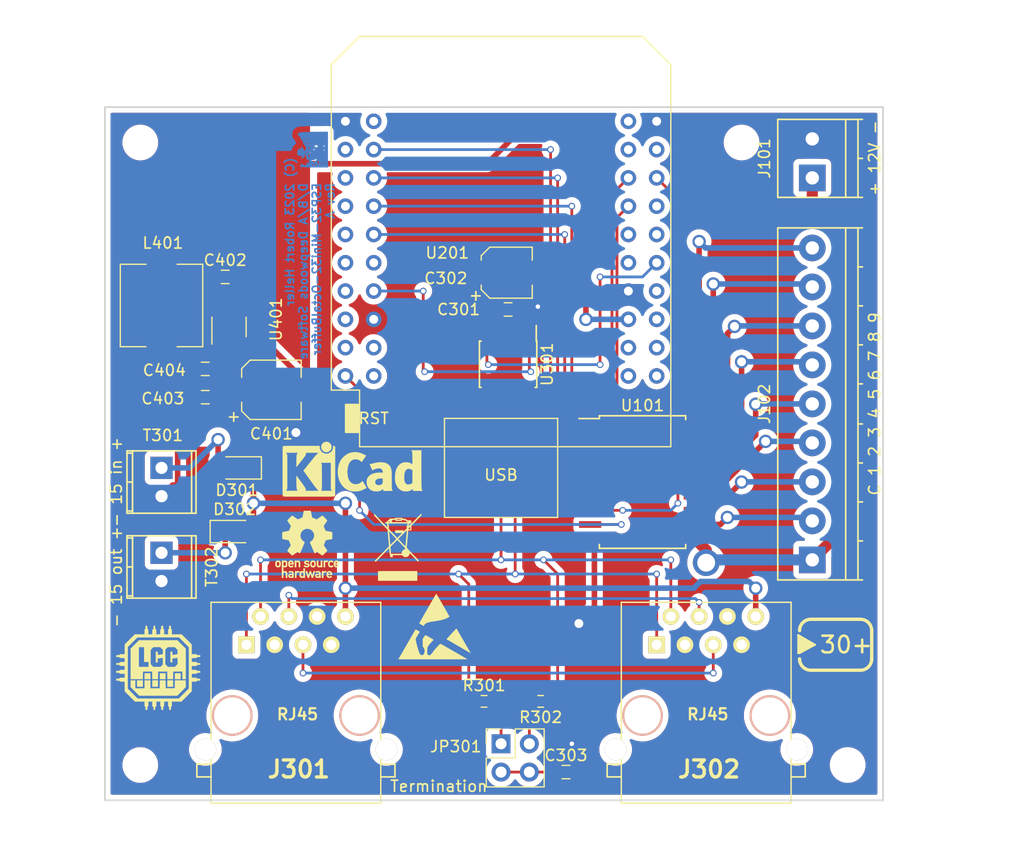
<source format=kicad_pcb>
(kicad_pcb (version 20211014) (generator pcbnew)
  (layers (0 "F.Cu" signal) (31 "B.Cu" signal) (34 "B.Paste" user) (35 "F.Paste" user) (36 "B.SilkS" user "B.Silkscreen") (37 "F.SilkS" user "F.Silkscreen") (38 "B.Mask" user) (39 "F.Mask" user) (44 "Edge.Cuts" user))
  (net 0 "")
  (net 1 "GND")
  (net 2 "+3V3")
  (net 3 "Net-(C303-Pad1)")
  (net 4 "CAN +12V")
  (net 5 "Net-(C402-Pad2)")
  (net 6 "Net-(C402-Pad1)")
  (net 7 "+5V")
  (net 8 "Net-(D301-Pad2)")
  (net 9 "Net-(D302-Pad1)")
  (net 10 "+VDC")
  (net 11 "Net-(J102-Pad2)")
  (net 12 "Net-(J102-Pad3)")
  (net 13 "Net-(J102-Pad4)")
  (net 14 "Net-(J102-Pad5)")
  (net 15 "Net-(J102-Pad6)")
  (net 16 "Net-(J102-Pad7)")
  (net 17 "Net-(J102-Pad8)")
  (net 18 "Net-(J102-Pad9)")
  (net 19 "/CAN Transciver/CANH")
  (net 20 "/CAN Transciver/CANL")
  (net 21 "Net-(J301-Pad4)")
  (net 22 "Net-(J301-Pad5)")
  (net 23 "Net-(JP301-Pad1)")
  (net 24 "Net-(JP301-Pad2)")
  (net 25 "/MCU/GPIO18{slash}Buffer8")
  (net 26 "/MCU/GPIO17{slash}Buffer7")
  (net 27 "/MCU/GPIO16{slash}Buffer6")
  (net 28 "/MCU/GPIO15{slash}Buffer5")
  (net 29 "/MCU/GPIO14{slash}Buffer4")
  (net 30 "/MCU/GPIO13{slash}Buffer3")
  (net 31 "/MCU/GPIO12{slash}Buffer2")
  (net 32 "/MCU/GPIO11{slash}Buffer1")
  (net 39 "/CAN Transciver/CAN_RX")
  (net 51 "/CAN Transciver/CAN_TX")
  (footprint "Capacitors_SMD:C_0603" (layer "F.Cu") (at 86.995 76.581)
    (fp_text reference "C301")
    (fp_text value ".1 uf")
  )
  (footprint "Capacitors_SMD:CP_Elec_4x5.7" (layer "F.Cu") (at 86.868 73.279)
    (fp_text reference "C302")
    (fp_text value "15 uf 15V")
  )
  (footprint "Capacitors_SMD:C_0603" (layer "F.Cu") (at 92.19 118.11)
    (fp_text reference "C303")
    (fp_text value "47 nf")
  )
  (footprint "Capacitors_SMD:CP_Elec_5x5.3" (layer "F.Cu") (at 65.745 83.82)
    (fp_text reference "C401")
    (fp_text value "10uf")
  )
  (footprint "Capacitors_SMD:C_0603" (layer "F.Cu") (at 61.595 73.66)
    (fp_text reference "C402")
    (fp_text value "100nf")
  )
  (footprint "Capacitors_SMD:C_0603" (layer "F.Cu") (at 59.805 84.455 180)
    (fp_text reference "C403")
    (fp_text value "22uf")
  )
  (footprint "Capacitors_SMD:C_0603" (layer "F.Cu") (at 59.805 81.915 180)
    (fp_text reference "C404")
    (fp_text value "22uf")
  )
  (footprint "Diodes_SMD:D_PowerDI-123" (layer "F.Cu") (at 62.65 90.805 180)
    (fp_text reference "D301")
    (fp_text value "DFLS240-7")
  )
  (footprint "Diodes_SMD:D_PowerDI-123" (layer "F.Cu") (at 62.445 96.52)
    (fp_text reference "D302")
    (fp_text value "DFLS240-7")
  )
  (footprint "Terminal_Blocks:TerminalBlock_Pheonix_PT-3.5mm_2pol" (layer "F.Cu") (at 114.3 64.77 90)
    (fp_text reference "J101")
    (fp_text value "+ 12V -")
  )
  (footprint "Terminal_Blocks:TerminalBlock_Pheonix_PT-3.5mm_9pol" (layer "F.Cu") (at 114.3 99.06 90)
    (fp_text reference "J102")
    (fp_text value "C 1 2 3 4 5 6 7 8 9")
  )
  (footprint "RJ45-8N-S:RJ45_8N-S" (layer "F.Cu") (at 67.945 113.03)
    (fp_text reference "J301")
    (fp_text value "RJ45")
  )
  (footprint "RJ45-8N-S:RJ45_8N-S" (layer "F.Cu") (at 104.775 113.03)
    (fp_text reference "J302")
    (fp_text value "RJ45")
  )
  (footprint "Pin_Headers:Pin_Header_Straight_2x02_Pitch2.54mm" (layer "F.Cu") (at 86.36 115.57)
    (fp_text reference "JP301")
    (fp_text value "Termination")
  )
  (footprint "Inductors_SMD:L_7.3x7.3_H4.5" (layer "F.Cu") (at 55.88 76.225 90)
    (fp_text reference "L401")
    (fp_text value "4.7uH")
  )
  (footprint "Connectors_Terminal_Blocks:TerminalBlock_Pheonix_MPT-2.54mm_2pol" (layer "F.Cu") (at 55.88 90.805 -90)
    (fp_text reference "T301")
    (fp_text value "- 15 in +")
  )
  (footprint "Connectors_Terminal_Blocks:TerminalBlock_Pheonix_MPT-2.54mm_2pol" (layer "F.Cu") (at 55.88 98.425 -90)
    (fp_text reference "T302")
    (fp_text value "- 15 out +")
  )
  (footprint "Housings_SOIC:SOIC-18W_7.5x11.6mm_Pitch1.27mm" (layer "F.Cu") (at 99.06 92.075)
    (fp_text reference "U101")
    (fp_text value "TBD62083A")
  )
  (footprint "ESP32_mini:ESP32_mini" (layer "F.Cu") (at 86.36 71.12)
    (fp_text reference "U201")
    (fp_text value "TTGO-T7_S3-V1.1")
  )
  (footprint "Housings_SOIC:SOIC-8_3.9x4.9mm_Pitch1.27mm" (layer "F.Cu") (at 86.995 81.501 -90)
    (fp_text reference "U301")
    (fp_text value "TCAN332DR")
  )
  (footprint "TO_SOT_Packages_SMD:TSOT-23-6_MK06A" (layer "F.Cu") (at 61.915 78.145 90)
    (fp_text reference "U401")
    (fp_text value "AP63205")
  )
  (footprint "Mounting_Holes:MountingHole_2.2mm_M2" (layer "F.Cu") (at 53.975 61.595)
    (fp_text reference "REF**" hide)
    (fp_text value "MountingHole_2.2mm_M2" hide)
  )
  (footprint "Mounting_Holes:MountingHole_2.2mm_M2" (layer "F.Cu") (at 53.975 117.475)
    (fp_text reference "REF**" hide)
    (fp_text value "MountingHole_2.2mm_M2" hide)
  )
  (footprint "Mounting_Holes:MountingHole_2.2mm_M2" (layer "F.Cu") (at 117.475 117.475)
    (fp_text reference "REF**" hide)
    (fp_text value "MountingHole_2.2mm_M2" hide)
  )
  (footprint "Mounting_Holes:MountingHole_2.2mm_M2" (layer "F.Cu") (at 107.95 61.595)
    (fp_text reference "REF**" hide)
    (fp_text value "MountingHole_2.2mm_M2" hide)
  )
  (footprint "Symbol:ESD-Logo_6.6x6mm_SilkScreen" (layer "F.Cu") (at 80.391 105.029)
    (fp_text reference "REF**" hide)
    (fp_text value "ESD-Logo_6.6x6mm_SilkScreen" hide)
  )
  (footprint "Resistor_SMD:R_0603_1608Metric_Pad0.98x0.95mm_HandSolder" (layer "F.Cu") (at 89.916 111.76 180)
    (fp_text reference "R302")
    (fp_text value "60 Ohms")
  )
  (footprint "Symbol:KiCad-Logo_5mm_SilkScreen" (layer "F.Cu") (at 73.025 91.44)
    (fp_text reference "REF**" hide)
    (fp_text value "KiCad-Logo_5mm_SilkScreen" hide)
  )
  (footprint "LCC_LOGO:LCC_LOGO_9x9" (layer "F.Cu") (at 55.626 108.712)
    (fp_text reference "G***" hide)
    (fp_text value "LCC" hide)
  )
  (footprint "Symbol:WEEE-Logo_4.2x6mm_SilkScreen" (layer "F.Cu") (at 77.089 97.917)
    (fp_text reference "REF**" hide)
    (fp_text value "WEEE-Logo_4.2x6mm_SilkScreen" hide)
  )
  (footprint "DWSLogo:DWSLogoBCU" (layer "F.Cu") (at 69.215 62.23 90)
    (fp_text reference "")
    (fp_text value "" hide)
  )
  (footprint "PowerLabels:PowerLabel-30Plus" (layer "F.Cu") (at 117.348 106.68)
    (fp_text reference "REF**" hide)
    (fp_text value "PowerLabel-30Plus" hide)
  )
  (footprint "Resistor_SMD:R_0603_1608Metric_Pad0.98x0.95mm_HandSolder" (layer "F.Cu") (at 84.836 111.76)
    (fp_text reference "R301")
    (fp_text value "60 Ohms")
  )
  (footprint "Symbol:OSHW-Logo_5.7x6mm_SilkScreen" (layer "F.Cu") (at 68.961 97.663)
    (fp_text reference "REF**" hide)
    (fp_text value "OSHW-Logo_5.7x6mm_SilkScreen" hide)
  )
  (gr_line (start 50.8 120.65) (end 50.8 58.42) (layer "Edge.Cuts") (width 0.15))
  (gr_line (start 120.65 58.42) (end 120.65 120.65) (layer "Edge.Cuts") (width 0.15))
  (gr_line (start 120.65 120.65) (end 50.8 120.65) (layer "Edge.Cuts") (width 0.15))
  (gr_line (start 50.8 58.42) (end 120.65 58.42) (layer "Edge.Cuts") (width 0.15))
  (gr_text "(C) 2023 Robert Heller \n    D/B/A Deepwoods Software\n    ESP32-Mini32-OctalBuffer \n    Rev A" (at 69.215 62.865 90) (layer "B.Cu") (effects (font (size 0.75 0.75)) (justify left mirror)))
  (segment (start 87.63 78.801) (end 87.63 76.696) (width 0.25) (layer "F.Cu") (net 1))
  (segment (start 59.055 81.915) (end 59.055 84.455) (width 0.5) (layer "F.Cu") (net 1))
  (segment (start 67.945 82.2) (end 67.945 82.52) (width 0.5) (layer "F.Cu") (net 1))
  (segment (start 67.945 82.52) (end 67.945 83.82) (width 0.5) (layer "F.Cu") (net 1))
  (segment (start 57.148471 92.345511) (end 56.879489 92.345511) (width 0.5) (layer "F.Cu") (net 1))
  (segment (start 56.879489 92.345511) (end 55.88 93.345) (width 0.5) (layer "F.Cu") (net 1))
  (segment (start 59.03 84.455) (end 57.329491 86.155509) (width 0.5) (layer "F.Cu") (net 1))
  (segment (start 88.668 75.333) (end 89.662 76.327) (width 0.25) (layer "F.Cu") (net 1))
  (segment (start 62.865 76.835) (end 62.865 77.12) (width 0.5) (layer "F.Cu") (net 1))
  (segment (start 57.329491 86.155509) (end 57.329491 92.164491) (width 0.5) (layer "F.Cu") (net 1))
  (segment (start 87.745 74.202) (end 88.668 73.279) (width 0.25) (layer "F.Cu") (net 1))
  (segment (start 94.36 97.155) (end 94.74 97.535) (width 0.5) (layer "F.Cu") (net 1))
  (segment (start 67.945 83.82) (end 67.945 87.63) (width 0.5) (layer "F.Cu") (net 1))
  (segment (start 92.94 115.8) (end 92.71 115.57) (width 0.25) (layer "F.Cu") (net 1))
  (segment (start 94.74 97.535) (end 94.74 103.38) (width 0.5) (layer "F.Cu") (net 1))
  (segment (start 62.865 77.12) (end 67.945 82.2) (width 0.5) (layer "F.Cu") (net 1))
  (segment (start 92.94 118.11) (end 92.94 115.8) (width 0.25) (layer "F.Cu") (net 1))
  (segment (start 59.055 84.455) (end 59.03 84.455) (width 0.5) (layer "F.Cu") (net 1))
  (segment (start 57.329491 92.164491) (end 57.148471 92.345511) (width 0.5) (layer "F.Cu") (net 1))
  (segment (start 88.668 73.279) (end 88.668 75.333) (width 0.25) (layer "F.Cu") (net 1))
  (segment (start 87.745 76.581) (end 87.745 74.202) (width 0.25) (layer "F.Cu") (net 1))
  (segment (start 94.74 103.38) (end 93.345 104.775) (width 0.5) (layer "F.Cu") (net 1))
  (segment (start 87.63 76.696) (end 87.745 76.581) (width 0.25) (layer "F.Cu") (net 1))
  (via (at 67.945 87.63) (size 1.2) (drill 0.8) (layers "F.Cu" "B.Cu") (net 1))
  (via (at 92.71 115.57) (size 0.6) (drill 0.4) (layers "F.Cu" "B.Cu") (net 1))
  (via (at 89.662 76.327) (size 0.6) (drill 0.4) (layers "F.Cu" "B.Cu") (net 1))
  (via (at 93.345 104.775) (size 1.2) (drill 0.8) (layers "F.Cu" "B.Cu") (net 1))
  (segment (start 86.36 118.11) (end 88.9 118.11) (width 0.25) (layer "F.Cu") (net 3))
  (segment (start 88.9 118.11) (end 91.44 118.11) (width 0.25) (layer "F.Cu") (net 3))
  (segment (start 63.545 83.82) (end 62.865 83.14) (width 0.5) (layer "F.Cu") (net 4))
  (segment (start 64.135 93.98) (end 64.135 91.44) (width 0.5) (layer "F.Cu") (net 4))
  (segment (start 72.39 101.6) (end 72.39 104.14) (width 0.5) (layer "F.Cu") (net 4))
  (segment (start 63.5 90.805) (end 63.5 83.865) (width 0.5) (layer "F.Cu") (net 4))
  (segment (start 62.865 83.14) (end 62.865 79.455) (width 0.5) (layer "F.Cu") (net 4))
  (segment (start 61.915 79.455) (end 61.915 82.19) (width 0.5) (layer "F.Cu") (net 4))
  (segment (start 63.5 83.865) (end 63.545 83.82) (width 0.5) (layer "F.Cu") (net 4))
  (segment (start 109.22 104.14) (end 109.22 101.6) (width 0.5) (layer "F.Cu") (net 4))
  (segment (start 64.135 93.98) (end 64.135 96.355) (width 0.5) (layer "F.Cu") (net 4))
  (segment (start 64.135 96.355) (end 63.97 96.52) (width 0.5) (layer "F.Cu") (net 4))
  (segment (start 61.915 82.19) (end 63.545 83.82) (width 0.5) (layer "F.Cu") (net 4))
  (segment (start 64.135 91.44) (end 63.5 90.805) (width 0.5) (layer "F.Cu") (net 4))
  (segment (start 72.39 101.6) (end 72.39 93.98) (width 0.5) (layer "F.Cu") (net 4))
  (segment (start 63.97 91.275) (end 63.5 90.805) (width 0.5) (layer "F.Cu") (net 4))
  (via (at 64.135 93.98) (size 1.2) (drill 0.8) (layers "F.Cu" "B.Cu") (net 4))
  (via (at 72.39 101.6) (size 1.2) (drill 0.8) (layers "F.Cu" "B.Cu") (net 4))
  (via (at 109.22 101.6) (size 1.2) (drill 0.8) (layers "F.Cu" "B.Cu") (net 4))
  (via (at 72.39 93.98) (size 1.2) (drill 0.8) (layers "F.Cu" "B.Cu") (net 4))
  (segment (start 108.620001 101.000001) (end 104.264997 101.000001) (width 0.5) (layer "B.Cu") (net 4))
  (segment (start 72.39 93.98) (end 64.135 93.98) (width 0.5) (layer "B.Cu") (net 4))
  (segment (start 104.264997 101.000001) (end 103.664998 101.6) (width 0.5) (layer "B.Cu") (net 4))
  (segment (start 73.238528 101.6) (end 72.39 101.6) (width 0.5) (layer "B.Cu") (net 4))
  (segment (start 103.664998 101.6) (end 73.238528 101.6) (width 0.5) (layer "B.Cu") (net 4))
  (segment (start 109.22 101.6) (end 108.620001 101.000001) (width 0.5) (layer "B.Cu") (net 4))
  (segment (start 62.32 73.66) (end 62.345 73.66) (width 0.5) (layer "F.Cu") (net 5))
  (segment (start 62.345 73.66) (end 61.915 74.09) (width 0.5) (layer "F.Cu") (net 5))
  (segment (start 61.445 72.785) (end 62.32 73.66) (width 0.5) (layer "F.Cu") (net 5))
  (segment (start 57.72 72.785) (end 61.445 72.785) (width 0.5) (layer "F.Cu") (net 5))
  (segment (start 57.48 73.025) (end 57.72 72.785) (width 0.5) (layer "F.Cu") (net 5))
  (segment (start 61.915 74.09) (end 61.915 76.835) (width 0.5) (layer "F.Cu") (net 5))
  (segment (start 55.88 73.025) (end 57.48 73.025) (width 0.5) (layer "F.Cu") (net 5))
  (segment (start 60.845 73.66) (end 60.845 76.715) (width 0.5) (layer "F.Cu") (net 6))
  (segment (start 60.845 76.715) (end 60.965 76.835) (width 0.5) (layer "F.Cu") (net 6))
  (segment (start 53.4575 77.3525) (end 55.53 79.425) (width 0.5) (layer "F.Cu") (net 7))
  (segment (start 53.4575 67.1925) (end 57.15 63.5) (width 0.5) (layer "F.Cu") (net 7))
  (segment (start 53.4575 77.3525) (end 53.4575 67.1925) (width 0.5) (layer "F.Cu") (net 7))
  (segment (start 55.53 79.425) (end 55.88 79.425) (width 0.5) (layer "F.Cu") (net 7))
  (segment (start 53.34 77.235) (end 53.4575 77.3525) (width 0.5) (layer "F.Cu") (net 7))
  (segment (start 55.91 79.455) (end 55.88 79.425) (width 0.5) (layer "F.Cu") (net 7))
  (segment (start 60.965 79.455) (end 55.91 79.455) (width 0.5) (layer "F.Cu") (net 7))
  (segment (start 87.63 60.96) (end 93.98 60.96) (width 0.5) (layer "F.Cu") (net 7))
  (segment (start 60.555 79.865) (end 60.965 79.455) (width 0.5) (layer "F.Cu") (net 7))
  (segment (start 85.09 63.5) (end 87.63 60.96) (width 0.5) (layer "F.Cu") (net 7))
  (segment (start 60.555 84.455) (end 60.555 81.915) (width 0.5) (layer "F.Cu") (net 7))
  (segment (start 57.15 63.5) (end 85.09 63.5) (width 0.5) (layer "F.Cu") (net 7))
  (segment (start 93.98 60.96) (end 93.98 77.47) (width 0.5) (layer "F.Cu") (net 7))
  (segment (start 60.555 81.915) (end 60.555 79.865) (width 0.5) (layer "F.Cu") (net 7))
  (via (at 93.98 77.47) (size 1.2) (drill 0.8) (layers "F.Cu" "B.Cu") (net 7))
  (segment (start 97.79 77.47) (end 93.98 77.47) (width 0.5) (layer "B.Cu") (net 7))
  (segment (start 60.96 88.265) (end 60.96 90.64) (width 0.5) (layer "F.Cu") (net 8))
  (segment (start 60.96 90.64) (end 61.125 90.805) (width 0.5) (layer "F.Cu") (net 8))
  (via (at 60.96 88.265) (size 1.2) (drill 0.8) (layers "F.Cu" "B.Cu") (net 8))
  (segment (start 58.42 90.805) (end 60.96 88.265) (width 0.5) (layer "B.Cu") (net 8))
  (segment (start 55.88 90.805) (end 58.42 90.805) (width 0.5) (layer "B.Cu") (net 8))
  (segment (start 61.595 96.52) (end 61.595 98.425) (width 0.5) (layer "F.Cu") (net 9))
  (via (at 61.595 98.425) (size 1.2) (drill 0.8) (layers "F.Cu" "B.Cu") (net 9))
  (segment (start 61.595 98.425) (end 55.88 98.425) (width 0.5) (layer "B.Cu") (net 9))
  (segment (start 104.775 99.314) (end 104.775 98.17) (width 1) (layer "F.Cu") (net 10))
  (segment (start 114.3 64.77) (end 114.3 66.97) (width 1) (layer "F.Cu") (net 10))
  (segment (start 117.475 95.885) (end 114.3 99.06) (width 1) (layer "F.Cu") (net 10))
  (segment (start 104.775 98.17) (end 103.76 97.155) (width 1) (layer "F.Cu") (net 10))
  (segment (start 117.475 70.145) (end 117.475 95.885) (width 1) (layer "F.Cu") (net 10))
  (segment (start 114.3 66.97) (end 117.475 70.145) (width 1) (layer "F.Cu") (net 10))
  (via (at 104.775 99.314) (size 2.4) (drill 1.6) (layers "F.Cu" "B.Cu") (net 10))
  (segment (start 105.029 99.06) (end 114.3 99.06) (width 1) (layer "B.Cu") (net 10))
  (segment (start 104.775 99.314) (end 105.029 99.06) (width 1) (layer "B.Cu") (net 10))
  (segment (start 103.76 95.885) (end 106.045 95.885) (width 0.5) (layer "F.Cu") (net 11))
  (segment (start 106.045 95.885) (end 106.68 95.25) (width 0.5) (layer "F.Cu") (net 11))
  (via (at 106.68 95.25) (size 1.2) (drill 0.8) (layers "F.Cu" "B.Cu") (net 11))
  (segment (start 106.68 95.25) (end 113.99 95.25) (width 0.5) (layer "B.Cu") (net 11))
  (segment (start 113.99 95.25) (end 114.3 95.56) (width 0.5) (layer "B.Cu") (net 11))
  (segment (start 107.95 92.075) (end 105.41 94.615) (width 0.5) (layer "F.Cu") (net 12))
  (segment (start 105.41 94.615) (end 103.76 94.615) (width 0.5) (layer "F.Cu") (net 12))
  (via (at 107.95 92.075) (size 1.2) (drill 0.8) (layers "F.Cu" "B.Cu") (net 12))
  (segment (start 114.3 92.06) (end 107.965 92.06) (width 0.5) (layer "B.Cu") (net 12))
  (segment (start 107.965 92.06) (end 107.95 92.075) (width 0.5) (layer "B.Cu") (net 12))
  (segment (start 103.76 93.345) (end 105.184893 93.345) (width 0.5) (layer "F.Cu") (net 13))
  (segment (start 105.184893 93.345) (end 110.105271 88.424622) (width 0.5) (layer "F.Cu") (net 13))
  (via (at 110.105271 88.424622) (size 1.2) (drill 0.8) (layers "F.Cu" "B.Cu") (net 13))
  (segment (start 114.164622 88.424622) (end 114.3 88.56) (width 0.5) (layer "B.Cu") (net 13))
  (segment (start 110.105271 88.424622) (end 114.164622 88.424622) (width 0.5) (layer "B.Cu") (net 13))
  (segment (start 105.005 92.075) (end 103.76 92.075) (width 0.5) (layer "F.Cu") (net 14))
  (segment (start 109.22 87.86) (end 105.005 92.075) (width 0.5) (layer "F.Cu") (net 14))
  (segment (start 109.22 85.09) (end 109.22 87.86) (width 0.5) (layer "F.Cu") (net 14))
  (via (at 109.22 85.09) (size 1.2) (drill 0.8) (layers "F.Cu" "B.Cu") (net 14))
  (segment (start 114.3 85.06) (end 109.25 85.06) (width 0.5) (layer "B.Cu") (net 14))
  (segment (start 109.25 85.06) (end 109.22 85.09) (width 0.5) (layer "B.Cu") (net 14))
  (segment (start 107.95 87.86) (end 107.95 81.28) (width 0.5) (layer "F.Cu") (net 15))
  (segment (start 103.76 90.805) (end 105.005 90.805) (width 0.5) (layer "F.Cu") (net 15))
  (segment (start 105.005 90.805) (end 107.95 87.86) (width 0.5) (layer "F.Cu") (net 15))
  (via (at 107.95 81.28) (size 1.2) (drill 0.8) (layers "F.Cu" "B.Cu") (net 15))
  (segment (start 107.95 81.28) (end 114.02 81.28) (width 0.5) (layer "B.Cu") (net 15))
  (segment (start 114.02 81.28) (end 114.3 81.56) (width 0.5) (layer "B.Cu") (net 15))
  (segment (start 104.689022 89.535) (end 106.69 87.534022) (width 0.5) (layer "F.Cu") (net 16))
  (segment (start 106.69 78.73) (end 107.315 78.105) (width 0.5) (layer "F.Cu") (net 16))
  (segment (start 106.69 87.534022) (end 106.69 78.73) (width 0.5) (layer "F.Cu") (net 16))
  (segment (start 103.76 89.535) (end 104.689022 89.535) (width 0.5) (layer "F.Cu") (net 16))
  (via (at 107.315 78.105) (size 1.2) (drill 0.8) (layers "F.Cu" "B.Cu") (net 16))
  (segment (start 107.36 78.06) (end 107.315 78.105) (width 0.5) (layer "B.Cu") (net 16))
  (segment (start 114.3 78.06) (end 107.36 78.06) (width 0.5) (layer "B.Cu") (net 16))
  (segment (start 104.689022 88.265) (end 105.41 87.544022) (width 0.5) (layer "F.Cu") (net 17))
  (segment (start 105.41 87.544022) (end 105.41 74.295) (width 0.5) (layer "F.Cu") (net 17))
  (segment (start 103.76 88.265) (end 104.689022 88.265) (width 0.5) (layer "F.Cu") (net 17))
  (via (at 105.41 74.295) (size 1.2) (drill 0.8) (layers "F.Cu" "B.Cu") (net 17))
  (segment (start 105.41 74.295) (end 114.035 74.295) (width 0.5) (layer "B.Cu") (net 17))
  (segment (start 114.035 74.295) (end 114.3 74.56) (width 0.5) (layer "B.Cu") (net 17))
  (segment (start 104.14 86.615) (end 103.76 86.995) (width 0.5) (layer "F.Cu") (net 18))
  (segment (start 104.14 70.485) (end 104.14 86.615) (width 0.5) (layer "F.Cu") (net 18))
  (via (at 104.14 70.485) (size 1.2) (drill 0.8) (layers "F.Cu" "B.Cu") (net 18))
  (segment (start 104.715 71.06) (end 104.14 70.485) (width 0.5) (layer "B.Cu") (net 18))
  (segment (start 114.3 71.06) (end 104.715 71.06) (width 0.5) (layer "B.Cu") (net 18))
  (segment (start 83.46 111.2965) (end 83.46 101.24) (width 0.25) (layer "F.Cu") (net 19))
  (segment (start 63.5 106.68) (end 63.5 103.818154) (width 0.25) (layer "F.Cu") (net 19))
  (segment (start 63.5 103.818154) (end 63.5 100.33) (width 0.25) (layer "F.Cu") (net 19))
  (segment (start 100.33 100.33) (end 100.33 106.68) (width 0.25) (layer "F.Cu") (net 19))
  (segment (start 83.9235 111.76) (end 83.46 111.2965) (width 0.25) (layer "F.Cu") (net 19))
  (segment (start 83.46 101.24) (end 82.55 100.33) (width 0.25) (layer "F.Cu") (net 19))
  (segment (start 87.63 84.201) (end 87.63 100.33) (width 0.25) (layer "F.Cu") (net 19))
  (via (at 82.55 100.33) (size 0.6) (drill 0.4) (layers "F.Cu" "B.Cu") (net 19))
  (via (at 100.33 100.33) (size 0.6) (drill 0.4) (layers "F.Cu" "B.Cu") (net 19))
  (via (at 87.63 100.33) (size 0.6) (drill 0.4) (layers "F.Cu" "B.Cu") (net 19))
  (via (at 63.5 100.33) (size 0.6) (drill 0.4) (layers "F.Cu" "B.Cu") (net 19))
  (segment (start 87.63 100.33) (end 100.33 100.33) (width 0.25) (layer "B.Cu") (net 19))
  (segment (start 63.5 100.33) (end 87.63 100.33) (width 0.25) (layer "B.Cu") (net 19))
  (segment (start 87.63 100.33) (end 82.55 100.33) (width 0.25) (layer "B.Cu") (net 19))
  (segment (start 86.36 84.201) (end 86.36 99.06) (width 0.25) (layer "F.Cu") (net 20))
  (segment (start 101.6 99.06) (end 101.6 104.14) (width 0.25) (layer "F.Cu") (net 20))
  (segment (start 91.44 100.33) (end 90.17 99.06) (width 0.25) (layer "F.Cu") (net 20))
  (segment (start 91.44 111.1485) (end 91.44 100.33) (width 0.25) (layer "F.Cu") (net 20))
  (segment (start 64.77 104.14) (end 64.77 99.06) (width 0.25) (layer "F.Cu") (net 20))
  (segment (start 90.8285 111.76) (end 91.44 111.1485) (width 0.25) (layer "F.Cu") (net 20))
  (via (at 86.36 99.06) (size 0.6) (drill 0.4) (layers "F.Cu" "B.Cu") (net 20))
  (via (at 101.6 99.06) (size 0.6) (drill 0.4) (layers "F.Cu" "B.Cu") (net 20))
  (via (at 90.17 99.06) (size 0.6) (drill 0.4) (layers "F.Cu" "B.Cu") (net 20))
  (via (at 64.77 99.06) (size 0.6) (drill 0.4) (layers "F.Cu" "B.Cu") (net 20))
  (segment (start 90.17 99.06) (end 101.6 99.06) (width 0.25) (layer "B.Cu") (net 20))
  (segment (start 64.77 99.06) (end 86.36 99.06) (width 0.25) (layer "B.Cu") (net 20))
  (segment (start 86.36 99.06) (end 90.17 99.06) (width 0.25) (layer "B.Cu") (net 20))
  (segment (start 104.14 104.14) (end 104.14 102.87) (width 0.25) (layer "F.Cu") (net 21))
  (segment (start 67.31 102.235) (end 67.31 104.14) (width 0.25) (layer "F.Cu") (net 21))
  (via (at 67.31 102.235) (size 0.6) (drill 0.4) (layers "F.Cu" "B.Cu") (net 21))
  (via (at 104.14 102.87) (size 0.6) (drill 0.4) (layers "F.Cu" "B.Cu") (net 21))
  (segment (start 67.31 102.235) (end 67.609999 102.534999) (width 0.25) (layer "B.Cu") (net 21))
  (segment (start 103.840001 102.570001) (end 104.14 102.87) (width 0.25) (layer "B.Cu") (net 21))
  (segment (start 67.609999 102.534999) (end 103.804999 102.534999) (width 0.25) (layer "B.Cu") (net 21))
  (segment (start 103.804999 102.534999) (end 103.840001 102.570001) (width 0.25) (layer "B.Cu") (net 21))
  (segment (start 105.41 106.68) (end 105.41 109.22) (width 0.25) (layer "F.Cu") (net 22))
  (segment (start 68.58 109.22) (end 68.58 106.68) (width 0.25) (layer "F.Cu") (net 22))
  (via (at 68.58 109.22) (size 0.6) (drill 0.4) (layers "F.Cu" "B.Cu") (net 22))
  (via (at 105.41 109.22) (size 0.6) (drill 0.4) (layers "F.Cu" "B.Cu") (net 22))
  (segment (start 105.41 109.22) (end 68.58 109.22) (width 0.25) (layer "B.Cu") (net 22))
  (segment (start 86.36 115.57) (end 86.36 112.3715) (width 0.25) (layer "F.Cu") (net 23))
  (segment (start 86.36 112.3715) (end 85.7485 111.76) (width 0.25) (layer "F.Cu") (net 23))
  (segment (start 88.9 115.57) (end 88.9 111.8635) (width 0.25) (layer "F.Cu") (net 24))
  (segment (start 88.9 111.8635) (end 89.0035 111.76) (width 0.25) (layer "F.Cu") (net 24))
  (segment (start 94.36 86.68) (end 94.36 86.995) (width 0.25) (layer "F.Cu") (net 25))
  (segment (start 92.71 67.31) (end 92.71 85.03) (width 0.25) (layer "F.Cu") (net 25))
  (segment (start 92.71 85.03) (end 94.36 86.68) (width 0.25) (layer "F.Cu") (net 25))
  (via (at 92.71 67.31) (size 0.6) (drill 0.4) (layers "F.Cu" "B.Cu") (net 25))
  (segment (start 74.93 67.31) (end 92.71 67.31) (width 0.25) (layer "B.Cu") (net 25))
  (segment (start 94.36 88.265) (end 93.680978 88.265) (width 0.25) (layer "F.Cu") (net 26))
  (segment (start 93.680978 88.265) (end 92.075 86.659022) (width 0.25) (layer "F.Cu") (net 26))
  (segment (start 92.075 86.659022) (end 92.075 69.85) (width 0.25) (layer "F.Cu") (net 26))
  (via (at 92.075 69.85) (size 0.6) (drill 0.4) (layers "F.Cu" "B.Cu") (net 26))
  (segment (start 92.075 69.85) (end 74.93 69.85) (width 0.25) (layer "B.Cu") (net 26))
  (segment (start 91.44 64.77) (end 91.44 89.535) (width 0.25) (layer "F.Cu") (net 27))
  (segment (start 91.44 89.535) (end 94.36 89.535) (width 0.25) (layer "F.Cu") (net 27))
  (via (at 91.44 64.77) (size 0.6) (drill 0.4) (layers "F.Cu" "B.Cu") (net 27))
  (segment (start 74.93 64.77) (end 91.44 64.77) (width 0.25) (layer "B.Cu") (net 27))
  (segment (start 94.36 90.805) (end 90.805 90.805) (width 0.25) (layer "F.Cu") (net 28))
  (segment (start 90.805 90.805) (end 90.805 62.23) (width 0.25) (layer "F.Cu") (net 28))
  (via (at 90.805 62.23) (size 0.6) (drill 0.4) (layers "F.Cu" "B.Cu") (net 28))
  (segment (start 90.805 62.23) (end 74.93 62.23) (width 0.25) (layer "B.Cu") (net 28))
  (segment (start 96.314989 66.245011) (end 97.79 64.77) (width 0.25) (layer "F.Cu") (net 29))
  (segment (start 96.314989 90.799033) (end 96.314989 66.245011) (width 0.25) (layer "F.Cu") (net 29))
  (segment (start 94.36 92.075) (end 95.039022 92.075) (width 0.25) (layer "F.Cu") (net 29))
  (segment (start 95.039022 92.075) (end 96.314989 90.799033) (width 0.25) (layer "F.Cu") (net 29))
  (segment (start 96.764999 68.335001) (end 97.79 67.31) (width 0.25) (layer "F.Cu") (net 30))
  (segment (start 95.039022 93.345) (end 96.764999 91.619023) (width 0.25) (layer "F.Cu") (net 30))
  (segment (start 96.764999 91.619023) (end 96.764999 68.335001) (width 0.25) (layer "F.Cu") (net 30))
  (segment (start 94.36 93.345) (end 95.039022 93.345) (width 0.25) (layer "F.Cu") (net 30))
  (segment (start 102.235 66.675) (end 100.33 64.77) (width 0.25) (layer "F.Cu") (net 31))
  (segment (start 97.282 94.615) (end 94.36 94.615) (width 0.25) (layer "F.Cu") (net 31))
  (segment (start 102.235 93.98) (end 102.235 66.675) (width 0.25) (layer "F.Cu") (net 31))
  (via (at 102.235 93.98) (size 0.6) (drill 0.4) (layers "F.Cu" "B.Cu") (net 31))
  (via (at 97.282 94.615) (size 0.6) (drill 0.4) (layers "F.Cu" "B.Cu") (net 31))
  (segment (start 101.6 94.615) (end 102.235 93.98) (width 0.25) (layer "B.Cu") (net 31))
  (segment (start 97.282 94.615) (end 101.6 94.615) (width 0.25) (layer "B.Cu") (net 31))
  (segment (start 73.66 83.82) (end 72.39 82.55) (width 0.25) (layer "F.Cu") (net 32))
  (segment (start 97.155 95.885) (end 94.36 95.885) (width 0.25) (layer "F.Cu") (net 32))
  (segment (start 73.66 94.615) (end 73.66 83.82) (width 0.25) (layer "F.Cu") (net 32))
  (via (at 73.66 94.615) (size 0.6) (drill 0.4) (layers "F.Cu" "B.Cu") (net 32))
  (via (at 97.155 95.885) (size 0.6) (drill 0.4) (layers "F.Cu" "B.Cu") (net 32))
  (segment (start 97.155 95.885) (end 74.93 95.885) (width 0.25) (layer "B.Cu") (net 32))
  (segment (start 74.93 95.885) (end 73.66 94.615) (width 0.25) (layer "B.Cu") (net 32))
  (segment (start 95.25 81.534) (end 95.25 73.66) (width 0.25) (layer "F.Cu") (net 39))
  (segment (start 85.217 81.534) (end 85.09 81.407) (width 0.25) (layer "F.Cu") (net 39))
  (segment (start 85.09 81.407) (end 85.09 78.801) (width 0.25) (layer "F.Cu") (net 39))
  (via (at 85.217 81.534) (size 0.6) (drill 0.4) (layers "F.Cu" "B.Cu") (net 39))
  (via (at 95.25 73.66) (size 0.6) (drill 0.4) (layers "F.Cu" "B.Cu") (net 39))
  (via (at 95.25 81.534) (size 0.6) (drill 0.4) (layers "F.Cu" "B.Cu") (net 39))
  (segment (start 95.25 73.66) (end 99.06 73.66) (width 0.25) (layer "B.Cu") (net 39))
  (segment (start 95.25 81.534) (end 85.217 81.534) (width 0.25) (layer "B.Cu") (net 39))
  (segment (start 99.06 73.66) (end 100.33 72.39) (width 0.25) (layer "B.Cu") (net 39))
  (segment (start 89.027 82.169) (end 88.9 82.042) (width 0.25) (layer "F.Cu") (net 51))
  (segment (start 88.9 82.042) (end 88.9 78.801) (width 0.25) (layer "F.Cu") (net 51))
  (segment (start 79.375 82.042) (end 79.375 74.93) (width 0.25) (layer "F.Cu") (net 51))
  (segment (start 79.502 82.169) (end 79.375 82.042) (width 0.25) (layer "F.Cu") (net 51))
  (via (at 79.375 74.93) (size 0.6) (drill 0.4) (layers "F.Cu" "B.Cu") (net 51))
  (via (at 79.502 82.169) (size 0.6) (drill 0.4) (layers "F.Cu" "B.Cu") (net 51))
  (via (at 89.027 82.169) (size 0.6) (drill 0.4) (layers "F.Cu" "B.Cu") (net 51))
  (segment (start 79.502 82.169) (end 89.027 82.169) (width 0.25) (layer "B.Cu") (net 51))
  (segment (start 79.375 74.93) (end 74.93 74.93) (width 0.25) (layer "B.Cu") (net 51))
  (zone (net 7) (net_name "+5V") (layer "F.Cu") (connect_pads yes (clearance 0.508)) (min_thickness 0.254) (fill yes (thermal_gap 0.508) (thermal_bridge_width 0.508))
    (polygon (pts (xy 50.8 58.42) (xy 69.215 58.42) (xy 69.215 88.265) (xy 50.8 88.265)))
  )
  (zone (net 2) (net_name "+3V3") (layer "F.Cu") (connect_pads yes (clearance 0.508)) (min_thickness 0.254) (fill yes (thermal_gap 0.508) (thermal_bridge_width 0.508))
    (polygon (pts (xy 50.8 120.65) (xy 120.65 120.65) (xy 120.65 58.42) (xy 69.85 58.42) (xy 69.85 88.9) (xy 50.8 88.9)))
  )
  (zone (net 1) (net_name "GND") (layer "B.Cu") (connect_pads yes (clearance 0.508)) (min_thickness 0.254) (fill yes (thermal_gap 0.508) (thermal_bridge_width 0.508))
    (polygon (pts (xy 50.8 120.65) (xy 120.65 120.65) (xy 120.65 58.42) (xy 50.8 58.42)))
  )
)
</source>
